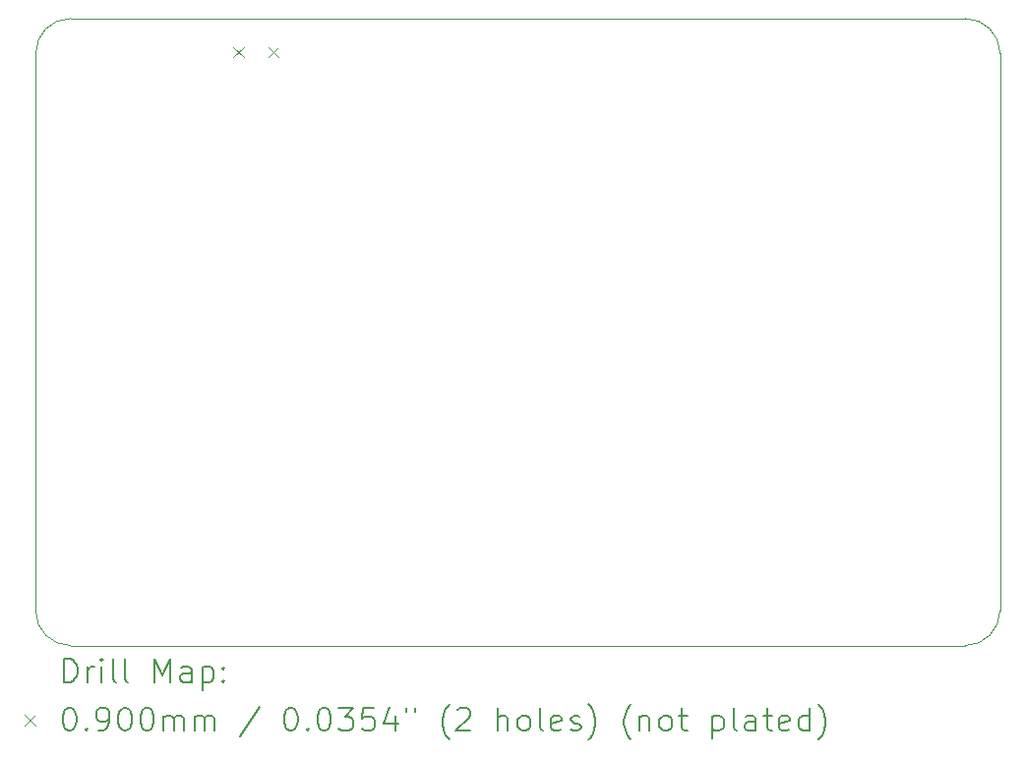
<source format=gbr>
%TF.GenerationSoftware,KiCad,Pcbnew,7.0.2-6a45011f42~172~ubuntu20.04.1*%
%TF.CreationDate,2023-07-24T18:38:10+02:00*%
%TF.ProjectId,pongCard,706f6e67-4361-4726-942e-6b696361645f,rev?*%
%TF.SameCoordinates,Original*%
%TF.FileFunction,Drillmap*%
%TF.FilePolarity,Positive*%
%FSLAX45Y45*%
G04 Gerber Fmt 4.5, Leading zero omitted, Abs format (unit mm)*
G04 Created by KiCad (PCBNEW 7.0.2-6a45011f42~172~ubuntu20.04.1) date 2023-07-24 18:38:10*
%MOMM*%
%LPD*%
G01*
G04 APERTURE LIST*
%ADD10C,0.050000*%
%ADD11C,0.200000*%
%ADD12C,0.090000*%
G04 APERTURE END LIST*
D10*
X6350000Y-6050000D02*
G75*
G03*
X6050000Y-6350000I0J-300000D01*
G01*
X6050000Y-11150000D02*
G75*
G03*
X6350000Y-11450000I300000J0D01*
G01*
X6350000Y-11450000D02*
X14050000Y-11450000D01*
X14350000Y-6350000D02*
G75*
G03*
X14050000Y-6050000I-300000J0D01*
G01*
X14050000Y-11450000D02*
G75*
G03*
X14350000Y-11150000I0J300000D01*
G01*
X14350000Y-6350000D02*
X14350000Y-11150000D01*
X6350000Y-6050000D02*
X14050000Y-6050000D01*
X6050000Y-6350000D02*
X6050000Y-11150000D01*
D11*
D12*
X7751900Y-6292800D02*
X7841900Y-6382800D01*
X7841900Y-6292800D02*
X7751900Y-6382800D01*
X8051900Y-6292800D02*
X8141900Y-6382800D01*
X8141900Y-6292800D02*
X8051900Y-6382800D01*
D11*
X6295119Y-11765024D02*
X6295119Y-11565024D01*
X6295119Y-11565024D02*
X6342738Y-11565024D01*
X6342738Y-11565024D02*
X6371309Y-11574548D01*
X6371309Y-11574548D02*
X6390357Y-11593595D01*
X6390357Y-11593595D02*
X6399881Y-11612643D01*
X6399881Y-11612643D02*
X6409405Y-11650738D01*
X6409405Y-11650738D02*
X6409405Y-11679309D01*
X6409405Y-11679309D02*
X6399881Y-11717405D01*
X6399881Y-11717405D02*
X6390357Y-11736452D01*
X6390357Y-11736452D02*
X6371309Y-11755500D01*
X6371309Y-11755500D02*
X6342738Y-11765024D01*
X6342738Y-11765024D02*
X6295119Y-11765024D01*
X6495119Y-11765024D02*
X6495119Y-11631690D01*
X6495119Y-11669786D02*
X6504643Y-11650738D01*
X6504643Y-11650738D02*
X6514167Y-11641214D01*
X6514167Y-11641214D02*
X6533214Y-11631690D01*
X6533214Y-11631690D02*
X6552262Y-11631690D01*
X6618928Y-11765024D02*
X6618928Y-11631690D01*
X6618928Y-11565024D02*
X6609405Y-11574548D01*
X6609405Y-11574548D02*
X6618928Y-11584071D01*
X6618928Y-11584071D02*
X6628452Y-11574548D01*
X6628452Y-11574548D02*
X6618928Y-11565024D01*
X6618928Y-11565024D02*
X6618928Y-11584071D01*
X6742738Y-11765024D02*
X6723690Y-11755500D01*
X6723690Y-11755500D02*
X6714167Y-11736452D01*
X6714167Y-11736452D02*
X6714167Y-11565024D01*
X6847500Y-11765024D02*
X6828452Y-11755500D01*
X6828452Y-11755500D02*
X6818928Y-11736452D01*
X6818928Y-11736452D02*
X6818928Y-11565024D01*
X7076071Y-11765024D02*
X7076071Y-11565024D01*
X7076071Y-11565024D02*
X7142738Y-11707881D01*
X7142738Y-11707881D02*
X7209405Y-11565024D01*
X7209405Y-11565024D02*
X7209405Y-11765024D01*
X7390357Y-11765024D02*
X7390357Y-11660262D01*
X7390357Y-11660262D02*
X7380833Y-11641214D01*
X7380833Y-11641214D02*
X7361786Y-11631690D01*
X7361786Y-11631690D02*
X7323690Y-11631690D01*
X7323690Y-11631690D02*
X7304643Y-11641214D01*
X7390357Y-11755500D02*
X7371309Y-11765024D01*
X7371309Y-11765024D02*
X7323690Y-11765024D01*
X7323690Y-11765024D02*
X7304643Y-11755500D01*
X7304643Y-11755500D02*
X7295119Y-11736452D01*
X7295119Y-11736452D02*
X7295119Y-11717405D01*
X7295119Y-11717405D02*
X7304643Y-11698357D01*
X7304643Y-11698357D02*
X7323690Y-11688833D01*
X7323690Y-11688833D02*
X7371309Y-11688833D01*
X7371309Y-11688833D02*
X7390357Y-11679309D01*
X7485595Y-11631690D02*
X7485595Y-11831690D01*
X7485595Y-11641214D02*
X7504643Y-11631690D01*
X7504643Y-11631690D02*
X7542738Y-11631690D01*
X7542738Y-11631690D02*
X7561786Y-11641214D01*
X7561786Y-11641214D02*
X7571309Y-11650738D01*
X7571309Y-11650738D02*
X7580833Y-11669786D01*
X7580833Y-11669786D02*
X7580833Y-11726928D01*
X7580833Y-11726928D02*
X7571309Y-11745976D01*
X7571309Y-11745976D02*
X7561786Y-11755500D01*
X7561786Y-11755500D02*
X7542738Y-11765024D01*
X7542738Y-11765024D02*
X7504643Y-11765024D01*
X7504643Y-11765024D02*
X7485595Y-11755500D01*
X7666548Y-11745976D02*
X7676071Y-11755500D01*
X7676071Y-11755500D02*
X7666548Y-11765024D01*
X7666548Y-11765024D02*
X7657024Y-11755500D01*
X7657024Y-11755500D02*
X7666548Y-11745976D01*
X7666548Y-11745976D02*
X7666548Y-11765024D01*
X7666548Y-11641214D02*
X7676071Y-11650738D01*
X7676071Y-11650738D02*
X7666548Y-11660262D01*
X7666548Y-11660262D02*
X7657024Y-11650738D01*
X7657024Y-11650738D02*
X7666548Y-11641214D01*
X7666548Y-11641214D02*
X7666548Y-11660262D01*
D12*
X5957500Y-12047500D02*
X6047500Y-12137500D01*
X6047500Y-12047500D02*
X5957500Y-12137500D01*
D11*
X6333214Y-11985024D02*
X6352262Y-11985024D01*
X6352262Y-11985024D02*
X6371309Y-11994548D01*
X6371309Y-11994548D02*
X6380833Y-12004071D01*
X6380833Y-12004071D02*
X6390357Y-12023119D01*
X6390357Y-12023119D02*
X6399881Y-12061214D01*
X6399881Y-12061214D02*
X6399881Y-12108833D01*
X6399881Y-12108833D02*
X6390357Y-12146928D01*
X6390357Y-12146928D02*
X6380833Y-12165976D01*
X6380833Y-12165976D02*
X6371309Y-12175500D01*
X6371309Y-12175500D02*
X6352262Y-12185024D01*
X6352262Y-12185024D02*
X6333214Y-12185024D01*
X6333214Y-12185024D02*
X6314167Y-12175500D01*
X6314167Y-12175500D02*
X6304643Y-12165976D01*
X6304643Y-12165976D02*
X6295119Y-12146928D01*
X6295119Y-12146928D02*
X6285595Y-12108833D01*
X6285595Y-12108833D02*
X6285595Y-12061214D01*
X6285595Y-12061214D02*
X6295119Y-12023119D01*
X6295119Y-12023119D02*
X6304643Y-12004071D01*
X6304643Y-12004071D02*
X6314167Y-11994548D01*
X6314167Y-11994548D02*
X6333214Y-11985024D01*
X6485595Y-12165976D02*
X6495119Y-12175500D01*
X6495119Y-12175500D02*
X6485595Y-12185024D01*
X6485595Y-12185024D02*
X6476071Y-12175500D01*
X6476071Y-12175500D02*
X6485595Y-12165976D01*
X6485595Y-12165976D02*
X6485595Y-12185024D01*
X6590357Y-12185024D02*
X6628452Y-12185024D01*
X6628452Y-12185024D02*
X6647500Y-12175500D01*
X6647500Y-12175500D02*
X6657024Y-12165976D01*
X6657024Y-12165976D02*
X6676071Y-12137405D01*
X6676071Y-12137405D02*
X6685595Y-12099309D01*
X6685595Y-12099309D02*
X6685595Y-12023119D01*
X6685595Y-12023119D02*
X6676071Y-12004071D01*
X6676071Y-12004071D02*
X6666548Y-11994548D01*
X6666548Y-11994548D02*
X6647500Y-11985024D01*
X6647500Y-11985024D02*
X6609405Y-11985024D01*
X6609405Y-11985024D02*
X6590357Y-11994548D01*
X6590357Y-11994548D02*
X6580833Y-12004071D01*
X6580833Y-12004071D02*
X6571309Y-12023119D01*
X6571309Y-12023119D02*
X6571309Y-12070738D01*
X6571309Y-12070738D02*
X6580833Y-12089786D01*
X6580833Y-12089786D02*
X6590357Y-12099309D01*
X6590357Y-12099309D02*
X6609405Y-12108833D01*
X6609405Y-12108833D02*
X6647500Y-12108833D01*
X6647500Y-12108833D02*
X6666548Y-12099309D01*
X6666548Y-12099309D02*
X6676071Y-12089786D01*
X6676071Y-12089786D02*
X6685595Y-12070738D01*
X6809405Y-11985024D02*
X6828452Y-11985024D01*
X6828452Y-11985024D02*
X6847500Y-11994548D01*
X6847500Y-11994548D02*
X6857024Y-12004071D01*
X6857024Y-12004071D02*
X6866548Y-12023119D01*
X6866548Y-12023119D02*
X6876071Y-12061214D01*
X6876071Y-12061214D02*
X6876071Y-12108833D01*
X6876071Y-12108833D02*
X6866548Y-12146928D01*
X6866548Y-12146928D02*
X6857024Y-12165976D01*
X6857024Y-12165976D02*
X6847500Y-12175500D01*
X6847500Y-12175500D02*
X6828452Y-12185024D01*
X6828452Y-12185024D02*
X6809405Y-12185024D01*
X6809405Y-12185024D02*
X6790357Y-12175500D01*
X6790357Y-12175500D02*
X6780833Y-12165976D01*
X6780833Y-12165976D02*
X6771309Y-12146928D01*
X6771309Y-12146928D02*
X6761786Y-12108833D01*
X6761786Y-12108833D02*
X6761786Y-12061214D01*
X6761786Y-12061214D02*
X6771309Y-12023119D01*
X6771309Y-12023119D02*
X6780833Y-12004071D01*
X6780833Y-12004071D02*
X6790357Y-11994548D01*
X6790357Y-11994548D02*
X6809405Y-11985024D01*
X6999881Y-11985024D02*
X7018929Y-11985024D01*
X7018929Y-11985024D02*
X7037976Y-11994548D01*
X7037976Y-11994548D02*
X7047500Y-12004071D01*
X7047500Y-12004071D02*
X7057024Y-12023119D01*
X7057024Y-12023119D02*
X7066548Y-12061214D01*
X7066548Y-12061214D02*
X7066548Y-12108833D01*
X7066548Y-12108833D02*
X7057024Y-12146928D01*
X7057024Y-12146928D02*
X7047500Y-12165976D01*
X7047500Y-12165976D02*
X7037976Y-12175500D01*
X7037976Y-12175500D02*
X7018929Y-12185024D01*
X7018929Y-12185024D02*
X6999881Y-12185024D01*
X6999881Y-12185024D02*
X6980833Y-12175500D01*
X6980833Y-12175500D02*
X6971309Y-12165976D01*
X6971309Y-12165976D02*
X6961786Y-12146928D01*
X6961786Y-12146928D02*
X6952262Y-12108833D01*
X6952262Y-12108833D02*
X6952262Y-12061214D01*
X6952262Y-12061214D02*
X6961786Y-12023119D01*
X6961786Y-12023119D02*
X6971309Y-12004071D01*
X6971309Y-12004071D02*
X6980833Y-11994548D01*
X6980833Y-11994548D02*
X6999881Y-11985024D01*
X7152262Y-12185024D02*
X7152262Y-12051690D01*
X7152262Y-12070738D02*
X7161786Y-12061214D01*
X7161786Y-12061214D02*
X7180833Y-12051690D01*
X7180833Y-12051690D02*
X7209405Y-12051690D01*
X7209405Y-12051690D02*
X7228452Y-12061214D01*
X7228452Y-12061214D02*
X7237976Y-12080262D01*
X7237976Y-12080262D02*
X7237976Y-12185024D01*
X7237976Y-12080262D02*
X7247500Y-12061214D01*
X7247500Y-12061214D02*
X7266548Y-12051690D01*
X7266548Y-12051690D02*
X7295119Y-12051690D01*
X7295119Y-12051690D02*
X7314167Y-12061214D01*
X7314167Y-12061214D02*
X7323690Y-12080262D01*
X7323690Y-12080262D02*
X7323690Y-12185024D01*
X7418929Y-12185024D02*
X7418929Y-12051690D01*
X7418929Y-12070738D02*
X7428452Y-12061214D01*
X7428452Y-12061214D02*
X7447500Y-12051690D01*
X7447500Y-12051690D02*
X7476071Y-12051690D01*
X7476071Y-12051690D02*
X7495119Y-12061214D01*
X7495119Y-12061214D02*
X7504643Y-12080262D01*
X7504643Y-12080262D02*
X7504643Y-12185024D01*
X7504643Y-12080262D02*
X7514167Y-12061214D01*
X7514167Y-12061214D02*
X7533214Y-12051690D01*
X7533214Y-12051690D02*
X7561786Y-12051690D01*
X7561786Y-12051690D02*
X7580833Y-12061214D01*
X7580833Y-12061214D02*
X7590357Y-12080262D01*
X7590357Y-12080262D02*
X7590357Y-12185024D01*
X7980833Y-11975500D02*
X7809405Y-12232643D01*
X8237976Y-11985024D02*
X8257024Y-11985024D01*
X8257024Y-11985024D02*
X8276072Y-11994548D01*
X8276072Y-11994548D02*
X8285595Y-12004071D01*
X8285595Y-12004071D02*
X8295119Y-12023119D01*
X8295119Y-12023119D02*
X8304643Y-12061214D01*
X8304643Y-12061214D02*
X8304643Y-12108833D01*
X8304643Y-12108833D02*
X8295119Y-12146928D01*
X8295119Y-12146928D02*
X8285595Y-12165976D01*
X8285595Y-12165976D02*
X8276072Y-12175500D01*
X8276072Y-12175500D02*
X8257024Y-12185024D01*
X8257024Y-12185024D02*
X8237976Y-12185024D01*
X8237976Y-12185024D02*
X8218929Y-12175500D01*
X8218929Y-12175500D02*
X8209405Y-12165976D01*
X8209405Y-12165976D02*
X8199881Y-12146928D01*
X8199881Y-12146928D02*
X8190357Y-12108833D01*
X8190357Y-12108833D02*
X8190357Y-12061214D01*
X8190357Y-12061214D02*
X8199881Y-12023119D01*
X8199881Y-12023119D02*
X8209405Y-12004071D01*
X8209405Y-12004071D02*
X8218929Y-11994548D01*
X8218929Y-11994548D02*
X8237976Y-11985024D01*
X8390357Y-12165976D02*
X8399881Y-12175500D01*
X8399881Y-12175500D02*
X8390357Y-12185024D01*
X8390357Y-12185024D02*
X8380833Y-12175500D01*
X8380833Y-12175500D02*
X8390357Y-12165976D01*
X8390357Y-12165976D02*
X8390357Y-12185024D01*
X8523691Y-11985024D02*
X8542738Y-11985024D01*
X8542738Y-11985024D02*
X8561786Y-11994548D01*
X8561786Y-11994548D02*
X8571310Y-12004071D01*
X8571310Y-12004071D02*
X8580834Y-12023119D01*
X8580834Y-12023119D02*
X8590357Y-12061214D01*
X8590357Y-12061214D02*
X8590357Y-12108833D01*
X8590357Y-12108833D02*
X8580834Y-12146928D01*
X8580834Y-12146928D02*
X8571310Y-12165976D01*
X8571310Y-12165976D02*
X8561786Y-12175500D01*
X8561786Y-12175500D02*
X8542738Y-12185024D01*
X8542738Y-12185024D02*
X8523691Y-12185024D01*
X8523691Y-12185024D02*
X8504643Y-12175500D01*
X8504643Y-12175500D02*
X8495119Y-12165976D01*
X8495119Y-12165976D02*
X8485595Y-12146928D01*
X8485595Y-12146928D02*
X8476072Y-12108833D01*
X8476072Y-12108833D02*
X8476072Y-12061214D01*
X8476072Y-12061214D02*
X8485595Y-12023119D01*
X8485595Y-12023119D02*
X8495119Y-12004071D01*
X8495119Y-12004071D02*
X8504643Y-11994548D01*
X8504643Y-11994548D02*
X8523691Y-11985024D01*
X8657024Y-11985024D02*
X8780834Y-11985024D01*
X8780834Y-11985024D02*
X8714167Y-12061214D01*
X8714167Y-12061214D02*
X8742738Y-12061214D01*
X8742738Y-12061214D02*
X8761786Y-12070738D01*
X8761786Y-12070738D02*
X8771310Y-12080262D01*
X8771310Y-12080262D02*
X8780834Y-12099309D01*
X8780834Y-12099309D02*
X8780834Y-12146928D01*
X8780834Y-12146928D02*
X8771310Y-12165976D01*
X8771310Y-12165976D02*
X8761786Y-12175500D01*
X8761786Y-12175500D02*
X8742738Y-12185024D01*
X8742738Y-12185024D02*
X8685595Y-12185024D01*
X8685595Y-12185024D02*
X8666548Y-12175500D01*
X8666548Y-12175500D02*
X8657024Y-12165976D01*
X8961786Y-11985024D02*
X8866548Y-11985024D01*
X8866548Y-11985024D02*
X8857024Y-12080262D01*
X8857024Y-12080262D02*
X8866548Y-12070738D01*
X8866548Y-12070738D02*
X8885595Y-12061214D01*
X8885595Y-12061214D02*
X8933215Y-12061214D01*
X8933215Y-12061214D02*
X8952262Y-12070738D01*
X8952262Y-12070738D02*
X8961786Y-12080262D01*
X8961786Y-12080262D02*
X8971310Y-12099309D01*
X8971310Y-12099309D02*
X8971310Y-12146928D01*
X8971310Y-12146928D02*
X8961786Y-12165976D01*
X8961786Y-12165976D02*
X8952262Y-12175500D01*
X8952262Y-12175500D02*
X8933215Y-12185024D01*
X8933215Y-12185024D02*
X8885595Y-12185024D01*
X8885595Y-12185024D02*
X8866548Y-12175500D01*
X8866548Y-12175500D02*
X8857024Y-12165976D01*
X9142738Y-12051690D02*
X9142738Y-12185024D01*
X9095119Y-11975500D02*
X9047500Y-12118357D01*
X9047500Y-12118357D02*
X9171310Y-12118357D01*
X9237976Y-11985024D02*
X9237976Y-12023119D01*
X9314167Y-11985024D02*
X9314167Y-12023119D01*
X9609405Y-12261214D02*
X9599881Y-12251690D01*
X9599881Y-12251690D02*
X9580834Y-12223119D01*
X9580834Y-12223119D02*
X9571310Y-12204071D01*
X9571310Y-12204071D02*
X9561786Y-12175500D01*
X9561786Y-12175500D02*
X9552262Y-12127881D01*
X9552262Y-12127881D02*
X9552262Y-12089786D01*
X9552262Y-12089786D02*
X9561786Y-12042167D01*
X9561786Y-12042167D02*
X9571310Y-12013595D01*
X9571310Y-12013595D02*
X9580834Y-11994548D01*
X9580834Y-11994548D02*
X9599881Y-11965976D01*
X9599881Y-11965976D02*
X9609405Y-11956452D01*
X9676072Y-12004071D02*
X9685596Y-11994548D01*
X9685596Y-11994548D02*
X9704643Y-11985024D01*
X9704643Y-11985024D02*
X9752262Y-11985024D01*
X9752262Y-11985024D02*
X9771310Y-11994548D01*
X9771310Y-11994548D02*
X9780834Y-12004071D01*
X9780834Y-12004071D02*
X9790357Y-12023119D01*
X9790357Y-12023119D02*
X9790357Y-12042167D01*
X9790357Y-12042167D02*
X9780834Y-12070738D01*
X9780834Y-12070738D02*
X9666548Y-12185024D01*
X9666548Y-12185024D02*
X9790357Y-12185024D01*
X10028453Y-12185024D02*
X10028453Y-11985024D01*
X10114167Y-12185024D02*
X10114167Y-12080262D01*
X10114167Y-12080262D02*
X10104643Y-12061214D01*
X10104643Y-12061214D02*
X10085596Y-12051690D01*
X10085596Y-12051690D02*
X10057024Y-12051690D01*
X10057024Y-12051690D02*
X10037977Y-12061214D01*
X10037977Y-12061214D02*
X10028453Y-12070738D01*
X10237977Y-12185024D02*
X10218929Y-12175500D01*
X10218929Y-12175500D02*
X10209405Y-12165976D01*
X10209405Y-12165976D02*
X10199881Y-12146928D01*
X10199881Y-12146928D02*
X10199881Y-12089786D01*
X10199881Y-12089786D02*
X10209405Y-12070738D01*
X10209405Y-12070738D02*
X10218929Y-12061214D01*
X10218929Y-12061214D02*
X10237977Y-12051690D01*
X10237977Y-12051690D02*
X10266548Y-12051690D01*
X10266548Y-12051690D02*
X10285596Y-12061214D01*
X10285596Y-12061214D02*
X10295119Y-12070738D01*
X10295119Y-12070738D02*
X10304643Y-12089786D01*
X10304643Y-12089786D02*
X10304643Y-12146928D01*
X10304643Y-12146928D02*
X10295119Y-12165976D01*
X10295119Y-12165976D02*
X10285596Y-12175500D01*
X10285596Y-12175500D02*
X10266548Y-12185024D01*
X10266548Y-12185024D02*
X10237977Y-12185024D01*
X10418929Y-12185024D02*
X10399881Y-12175500D01*
X10399881Y-12175500D02*
X10390358Y-12156452D01*
X10390358Y-12156452D02*
X10390358Y-11985024D01*
X10571310Y-12175500D02*
X10552262Y-12185024D01*
X10552262Y-12185024D02*
X10514167Y-12185024D01*
X10514167Y-12185024D02*
X10495119Y-12175500D01*
X10495119Y-12175500D02*
X10485596Y-12156452D01*
X10485596Y-12156452D02*
X10485596Y-12080262D01*
X10485596Y-12080262D02*
X10495119Y-12061214D01*
X10495119Y-12061214D02*
X10514167Y-12051690D01*
X10514167Y-12051690D02*
X10552262Y-12051690D01*
X10552262Y-12051690D02*
X10571310Y-12061214D01*
X10571310Y-12061214D02*
X10580834Y-12080262D01*
X10580834Y-12080262D02*
X10580834Y-12099309D01*
X10580834Y-12099309D02*
X10485596Y-12118357D01*
X10657024Y-12175500D02*
X10676072Y-12185024D01*
X10676072Y-12185024D02*
X10714167Y-12185024D01*
X10714167Y-12185024D02*
X10733215Y-12175500D01*
X10733215Y-12175500D02*
X10742739Y-12156452D01*
X10742739Y-12156452D02*
X10742739Y-12146928D01*
X10742739Y-12146928D02*
X10733215Y-12127881D01*
X10733215Y-12127881D02*
X10714167Y-12118357D01*
X10714167Y-12118357D02*
X10685596Y-12118357D01*
X10685596Y-12118357D02*
X10666548Y-12108833D01*
X10666548Y-12108833D02*
X10657024Y-12089786D01*
X10657024Y-12089786D02*
X10657024Y-12080262D01*
X10657024Y-12080262D02*
X10666548Y-12061214D01*
X10666548Y-12061214D02*
X10685596Y-12051690D01*
X10685596Y-12051690D02*
X10714167Y-12051690D01*
X10714167Y-12051690D02*
X10733215Y-12061214D01*
X10809405Y-12261214D02*
X10818929Y-12251690D01*
X10818929Y-12251690D02*
X10837977Y-12223119D01*
X10837977Y-12223119D02*
X10847500Y-12204071D01*
X10847500Y-12204071D02*
X10857024Y-12175500D01*
X10857024Y-12175500D02*
X10866548Y-12127881D01*
X10866548Y-12127881D02*
X10866548Y-12089786D01*
X10866548Y-12089786D02*
X10857024Y-12042167D01*
X10857024Y-12042167D02*
X10847500Y-12013595D01*
X10847500Y-12013595D02*
X10837977Y-11994548D01*
X10837977Y-11994548D02*
X10818929Y-11965976D01*
X10818929Y-11965976D02*
X10809405Y-11956452D01*
X11171310Y-12261214D02*
X11161786Y-12251690D01*
X11161786Y-12251690D02*
X11142739Y-12223119D01*
X11142739Y-12223119D02*
X11133215Y-12204071D01*
X11133215Y-12204071D02*
X11123691Y-12175500D01*
X11123691Y-12175500D02*
X11114167Y-12127881D01*
X11114167Y-12127881D02*
X11114167Y-12089786D01*
X11114167Y-12089786D02*
X11123691Y-12042167D01*
X11123691Y-12042167D02*
X11133215Y-12013595D01*
X11133215Y-12013595D02*
X11142739Y-11994548D01*
X11142739Y-11994548D02*
X11161786Y-11965976D01*
X11161786Y-11965976D02*
X11171310Y-11956452D01*
X11247500Y-12051690D02*
X11247500Y-12185024D01*
X11247500Y-12070738D02*
X11257024Y-12061214D01*
X11257024Y-12061214D02*
X11276072Y-12051690D01*
X11276072Y-12051690D02*
X11304643Y-12051690D01*
X11304643Y-12051690D02*
X11323691Y-12061214D01*
X11323691Y-12061214D02*
X11333215Y-12080262D01*
X11333215Y-12080262D02*
X11333215Y-12185024D01*
X11457024Y-12185024D02*
X11437977Y-12175500D01*
X11437977Y-12175500D02*
X11428453Y-12165976D01*
X11428453Y-12165976D02*
X11418929Y-12146928D01*
X11418929Y-12146928D02*
X11418929Y-12089786D01*
X11418929Y-12089786D02*
X11428453Y-12070738D01*
X11428453Y-12070738D02*
X11437977Y-12061214D01*
X11437977Y-12061214D02*
X11457024Y-12051690D01*
X11457024Y-12051690D02*
X11485596Y-12051690D01*
X11485596Y-12051690D02*
X11504643Y-12061214D01*
X11504643Y-12061214D02*
X11514167Y-12070738D01*
X11514167Y-12070738D02*
X11523691Y-12089786D01*
X11523691Y-12089786D02*
X11523691Y-12146928D01*
X11523691Y-12146928D02*
X11514167Y-12165976D01*
X11514167Y-12165976D02*
X11504643Y-12175500D01*
X11504643Y-12175500D02*
X11485596Y-12185024D01*
X11485596Y-12185024D02*
X11457024Y-12185024D01*
X11580834Y-12051690D02*
X11657024Y-12051690D01*
X11609405Y-11985024D02*
X11609405Y-12156452D01*
X11609405Y-12156452D02*
X11618929Y-12175500D01*
X11618929Y-12175500D02*
X11637977Y-12185024D01*
X11637977Y-12185024D02*
X11657024Y-12185024D01*
X11876072Y-12051690D02*
X11876072Y-12251690D01*
X11876072Y-12061214D02*
X11895119Y-12051690D01*
X11895119Y-12051690D02*
X11933215Y-12051690D01*
X11933215Y-12051690D02*
X11952262Y-12061214D01*
X11952262Y-12061214D02*
X11961786Y-12070738D01*
X11961786Y-12070738D02*
X11971310Y-12089786D01*
X11971310Y-12089786D02*
X11971310Y-12146928D01*
X11971310Y-12146928D02*
X11961786Y-12165976D01*
X11961786Y-12165976D02*
X11952262Y-12175500D01*
X11952262Y-12175500D02*
X11933215Y-12185024D01*
X11933215Y-12185024D02*
X11895119Y-12185024D01*
X11895119Y-12185024D02*
X11876072Y-12175500D01*
X12085596Y-12185024D02*
X12066548Y-12175500D01*
X12066548Y-12175500D02*
X12057024Y-12156452D01*
X12057024Y-12156452D02*
X12057024Y-11985024D01*
X12247500Y-12185024D02*
X12247500Y-12080262D01*
X12247500Y-12080262D02*
X12237977Y-12061214D01*
X12237977Y-12061214D02*
X12218929Y-12051690D01*
X12218929Y-12051690D02*
X12180834Y-12051690D01*
X12180834Y-12051690D02*
X12161786Y-12061214D01*
X12247500Y-12175500D02*
X12228453Y-12185024D01*
X12228453Y-12185024D02*
X12180834Y-12185024D01*
X12180834Y-12185024D02*
X12161786Y-12175500D01*
X12161786Y-12175500D02*
X12152262Y-12156452D01*
X12152262Y-12156452D02*
X12152262Y-12137405D01*
X12152262Y-12137405D02*
X12161786Y-12118357D01*
X12161786Y-12118357D02*
X12180834Y-12108833D01*
X12180834Y-12108833D02*
X12228453Y-12108833D01*
X12228453Y-12108833D02*
X12247500Y-12099309D01*
X12314167Y-12051690D02*
X12390358Y-12051690D01*
X12342739Y-11985024D02*
X12342739Y-12156452D01*
X12342739Y-12156452D02*
X12352262Y-12175500D01*
X12352262Y-12175500D02*
X12371310Y-12185024D01*
X12371310Y-12185024D02*
X12390358Y-12185024D01*
X12533215Y-12175500D02*
X12514167Y-12185024D01*
X12514167Y-12185024D02*
X12476072Y-12185024D01*
X12476072Y-12185024D02*
X12457024Y-12175500D01*
X12457024Y-12175500D02*
X12447500Y-12156452D01*
X12447500Y-12156452D02*
X12447500Y-12080262D01*
X12447500Y-12080262D02*
X12457024Y-12061214D01*
X12457024Y-12061214D02*
X12476072Y-12051690D01*
X12476072Y-12051690D02*
X12514167Y-12051690D01*
X12514167Y-12051690D02*
X12533215Y-12061214D01*
X12533215Y-12061214D02*
X12542739Y-12080262D01*
X12542739Y-12080262D02*
X12542739Y-12099309D01*
X12542739Y-12099309D02*
X12447500Y-12118357D01*
X12714167Y-12185024D02*
X12714167Y-11985024D01*
X12714167Y-12175500D02*
X12695120Y-12185024D01*
X12695120Y-12185024D02*
X12657024Y-12185024D01*
X12657024Y-12185024D02*
X12637977Y-12175500D01*
X12637977Y-12175500D02*
X12628453Y-12165976D01*
X12628453Y-12165976D02*
X12618929Y-12146928D01*
X12618929Y-12146928D02*
X12618929Y-12089786D01*
X12618929Y-12089786D02*
X12628453Y-12070738D01*
X12628453Y-12070738D02*
X12637977Y-12061214D01*
X12637977Y-12061214D02*
X12657024Y-12051690D01*
X12657024Y-12051690D02*
X12695120Y-12051690D01*
X12695120Y-12051690D02*
X12714167Y-12061214D01*
X12790358Y-12261214D02*
X12799881Y-12251690D01*
X12799881Y-12251690D02*
X12818929Y-12223119D01*
X12818929Y-12223119D02*
X12828453Y-12204071D01*
X12828453Y-12204071D02*
X12837977Y-12175500D01*
X12837977Y-12175500D02*
X12847500Y-12127881D01*
X12847500Y-12127881D02*
X12847500Y-12089786D01*
X12847500Y-12089786D02*
X12837977Y-12042167D01*
X12837977Y-12042167D02*
X12828453Y-12013595D01*
X12828453Y-12013595D02*
X12818929Y-11994548D01*
X12818929Y-11994548D02*
X12799881Y-11965976D01*
X12799881Y-11965976D02*
X12790358Y-11956452D01*
M02*

</source>
